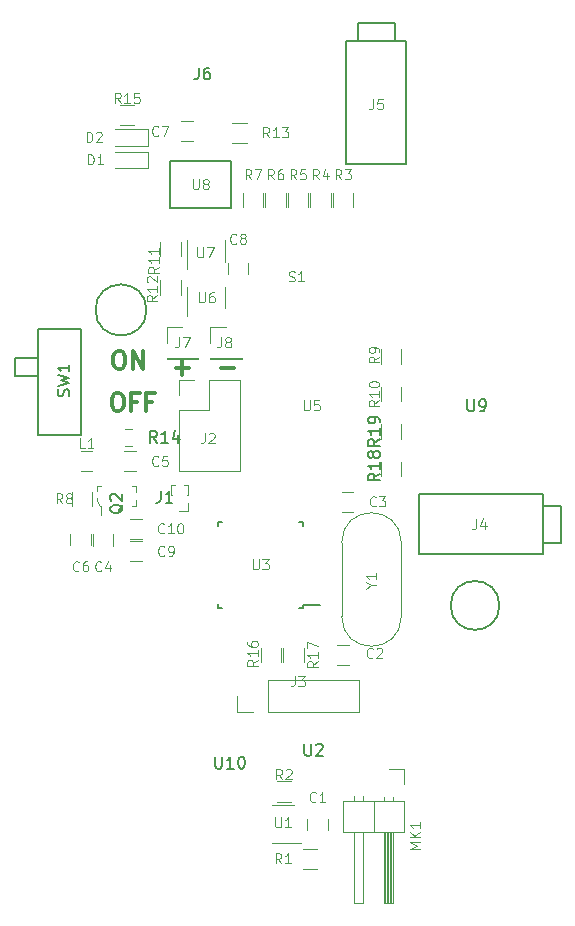
<source format=gbr>
G04 #@! TF.GenerationSoftware,KiCad,Pcbnew,(5.0.2)-1*
G04 #@! TF.CreationDate,2019-02-16T20:24:50+11:00*
G04 #@! TF.ProjectId,lightning trigger,6c696768-746e-4696-9e67-207472696767,rev?*
G04 #@! TF.SameCoordinates,Original*
G04 #@! TF.FileFunction,Legend,Top*
G04 #@! TF.FilePolarity,Positive*
%FSLAX46Y46*%
G04 Gerber Fmt 4.6, Leading zero omitted, Abs format (unit mm)*
G04 Created by KiCad (PCBNEW (5.0.2)-1) date 16/02/2019 8:24:50 PM*
%MOMM*%
%LPD*%
G01*
G04 APERTURE LIST*
%ADD10C,0.300000*%
%ADD11C,0.200000*%
%ADD12C,0.100000*%
%ADD13C,0.150000*%
%ADD14C,0.120000*%
%ADD15C,0.125000*%
G04 APERTURE END LIST*
D10*
X-6540428Y7766857D02*
X-5397571Y7766857D01*
X-10350428Y7766857D02*
X-9207571Y7766857D01*
X-9779000Y7195428D02*
X-9779000Y8338285D01*
X-15398571Y5647428D02*
X-15112857Y5647428D01*
X-14970000Y5576000D01*
X-14827142Y5433142D01*
X-14755714Y5147428D01*
X-14755714Y4647428D01*
X-14827142Y4361714D01*
X-14970000Y4218857D01*
X-15112857Y4147428D01*
X-15398571Y4147428D01*
X-15541428Y4218857D01*
X-15684285Y4361714D01*
X-15755714Y4647428D01*
X-15755714Y5147428D01*
X-15684285Y5433142D01*
X-15541428Y5576000D01*
X-15398571Y5647428D01*
X-13612857Y4933142D02*
X-14112857Y4933142D01*
X-14112857Y4147428D02*
X-14112857Y5647428D01*
X-13398571Y5647428D01*
X-12327142Y4933142D02*
X-12827142Y4933142D01*
X-12827142Y4147428D02*
X-12827142Y5647428D01*
X-12112857Y5647428D01*
X-15279571Y9203428D02*
X-14993857Y9203428D01*
X-14851000Y9132000D01*
X-14708142Y8989142D01*
X-14636714Y8703428D01*
X-14636714Y8203428D01*
X-14708142Y7917714D01*
X-14851000Y7774857D01*
X-14993857Y7703428D01*
X-15279571Y7703428D01*
X-15422428Y7774857D01*
X-15565285Y7917714D01*
X-15636714Y8203428D01*
X-15636714Y8703428D01*
X-15565285Y8989142D01*
X-15422428Y9132000D01*
X-15279571Y9203428D01*
X-13993857Y7703428D02*
X-13993857Y9203428D01*
X-13136714Y7703428D01*
X-13136714Y9203428D01*
D11*
X17053410Y-12319000D02*
G75*
G03X17053410Y-12319000I-2067410J0D01*
G01*
X-12823268Y12700000D02*
G75*
G03X-12823268Y12700000I-2162732J0D01*
G01*
D12*
G04 #@! TO.C,Q2*
X-17017000Y-3223000D02*
X-17017000Y-3498000D01*
X-17017000Y-3498000D02*
X-16742000Y-3873000D01*
X-16742000Y-3873000D02*
X-16692000Y-3873000D01*
X-16692000Y-3873000D02*
X-16692000Y-4648000D01*
X-13717000Y-3398000D02*
X-13717000Y-3873000D01*
X-13717000Y-3873000D02*
X-14067000Y-3873000D01*
X-13942000Y-2223000D02*
X-14067000Y-2223000D01*
X-14017000Y-2223000D02*
X-13717000Y-2223000D01*
X-13717000Y-2223000D02*
X-13717000Y-2673000D01*
X-17017000Y-2598000D02*
X-17017000Y-2223000D01*
X-17017000Y-2223000D02*
X-16717000Y-2223000D01*
D13*
G04 #@! TO.C,U8*
X-10805000Y21295000D02*
X-5705000Y21295000D01*
X-10805000Y25295000D02*
X-10805000Y21295000D01*
X-5705000Y25295000D02*
X-10805000Y25295000D01*
X-5705000Y25295000D02*
X-5705000Y21295000D01*
G04 #@! TO.C,J5*
X9188000Y30099000D02*
X9188000Y35499000D01*
X4108000Y30099000D02*
X4108000Y35499000D01*
X4108000Y35499000D02*
X9188000Y35499000D01*
X9188000Y25019000D02*
X9188000Y30099000D01*
X4108000Y25019000D02*
X9188000Y25019000D01*
X4108000Y30099000D02*
X4108000Y25019000D01*
X8248000Y36999000D02*
X8248000Y35499000D01*
X5048000Y36999000D02*
X8248000Y36999000D01*
X5048000Y35499000D02*
X5048000Y36999000D01*
D14*
G04 #@! TO.C,J7*
X-11109000Y8576000D02*
X-8449000Y8576000D01*
X-11109000Y8636000D02*
X-11109000Y8576000D01*
X-8449000Y8636000D02*
X-8449000Y8576000D01*
X-11109000Y8636000D02*
X-8449000Y8636000D01*
X-11109000Y9906000D02*
X-11109000Y11236000D01*
X-11109000Y11236000D02*
X-9779000Y11236000D01*
G04 #@! TO.C,J8*
X-7426000Y8576000D02*
X-4766000Y8576000D01*
X-7426000Y8636000D02*
X-7426000Y8576000D01*
X-4766000Y8636000D02*
X-4766000Y8576000D01*
X-7426000Y8636000D02*
X-4766000Y8636000D01*
X-7426000Y9906000D02*
X-7426000Y11236000D01*
X-7426000Y11236000D02*
X-6096000Y11236000D01*
G04 #@! TO.C,MK1*
X8953500Y-26162000D02*
X8953500Y-27432000D01*
X7683500Y-26162000D02*
X8953500Y-26162000D01*
X4763500Y-28474929D02*
X4763500Y-28872000D01*
X5523500Y-28474929D02*
X5523500Y-28872000D01*
X4763500Y-37532000D02*
X4763500Y-31532000D01*
X5523500Y-37532000D02*
X4763500Y-37532000D01*
X5523500Y-31532000D02*
X5523500Y-37532000D01*
X6413500Y-28872000D02*
X6413500Y-31532000D01*
X7303500Y-28542000D02*
X7303500Y-28872000D01*
X8063500Y-28542000D02*
X8063500Y-28872000D01*
X7403500Y-31532000D02*
X7403500Y-37532000D01*
X7523500Y-31532000D02*
X7523500Y-37532000D01*
X7643500Y-31532000D02*
X7643500Y-37532000D01*
X7763500Y-31532000D02*
X7763500Y-37532000D01*
X7883500Y-31532000D02*
X7883500Y-37532000D01*
X8003500Y-31532000D02*
X8003500Y-37532000D01*
X7303500Y-37532000D02*
X7303500Y-31532000D01*
X8063500Y-37532000D02*
X7303500Y-37532000D01*
X8063500Y-31532000D02*
X8063500Y-37532000D01*
X9013500Y-31532000D02*
X9013500Y-28872000D01*
X3813500Y-31532000D02*
X9013500Y-31532000D01*
X3813500Y-28872000D02*
X3813500Y-31532000D01*
X9013500Y-28872000D02*
X3813500Y-28872000D01*
G04 #@! TO.C,R11*
X-9915000Y18446000D02*
X-9915000Y17246000D01*
X-11675000Y17246000D02*
X-11675000Y18446000D01*
G04 #@! TO.C,C1*
X2501000Y-31361000D02*
X2501000Y-30361000D01*
X801000Y-30361000D02*
X801000Y-31361000D01*
G04 #@! TO.C,C2*
X3310000Y-17360000D02*
X4310000Y-17360000D01*
X4310000Y-15660000D02*
X3310000Y-15660000D01*
G04 #@! TO.C,D1*
X-12678000Y24700000D02*
X-12678000Y26100000D01*
X-12678000Y26100000D02*
X-15478000Y26100000D01*
X-12678000Y24700000D02*
X-15478000Y24700000D01*
G04 #@! TO.C,D2*
X-12678000Y26605000D02*
X-12678000Y28005000D01*
X-12678000Y28005000D02*
X-15478000Y28005000D01*
X-12678000Y26605000D02*
X-15478000Y26605000D01*
G04 #@! TO.C,J2*
X-10093000Y-949000D02*
X-4893000Y-949000D01*
X-10093000Y4191000D02*
X-10093000Y-949000D01*
X-4893000Y6791000D02*
X-4893000Y-949000D01*
X-10093000Y4191000D02*
X-7493000Y4191000D01*
X-7493000Y4191000D02*
X-7493000Y6791000D01*
X-7493000Y6791000D02*
X-4893000Y6791000D01*
X-10093000Y5461000D02*
X-10093000Y6791000D01*
X-10093000Y6791000D02*
X-8763000Y6791000D01*
G04 #@! TO.C,J3*
X5150000Y-21330000D02*
X5150000Y-18670000D01*
X-2530000Y-21330000D02*
X5150000Y-21330000D01*
X-2530000Y-18670000D02*
X5150000Y-18670000D01*
X-2530000Y-21330000D02*
X-2530000Y-18670000D01*
X-3800000Y-21330000D02*
X-5130000Y-21330000D01*
X-5130000Y-21330000D02*
X-5130000Y-20000000D01*
G04 #@! TO.C,L1*
X-17407000Y723000D02*
X-18407000Y723000D01*
X-18407000Y-977000D02*
X-17407000Y-977000D01*
G04 #@! TO.C,R1*
X416000Y-32902000D02*
X1616000Y-32902000D01*
X1616000Y-34662000D02*
X416000Y-34662000D01*
G04 #@! TO.C,R2*
X-1809000Y-27187000D02*
X-609000Y-27187000D01*
X-609000Y-28947000D02*
X-1809000Y-28947000D01*
G04 #@! TO.C,R3*
X4690000Y22632000D02*
X4690000Y21432000D01*
X2930000Y21432000D02*
X2930000Y22632000D01*
G04 #@! TO.C,R4*
X2785000Y22632000D02*
X2785000Y21432000D01*
X1025000Y21432000D02*
X1025000Y22632000D01*
G04 #@! TO.C,R5*
X880000Y22632000D02*
X880000Y21432000D01*
X-880000Y21432000D02*
X-880000Y22632000D01*
G04 #@! TO.C,R6*
X-1025000Y22632000D02*
X-1025000Y21432000D01*
X-2785000Y21432000D02*
X-2785000Y22632000D01*
G04 #@! TO.C,R7*
X-2930000Y22632000D02*
X-2930000Y21432000D01*
X-4690000Y21432000D02*
X-4690000Y22632000D01*
G04 #@! TO.C,R8*
X-17408000Y-2702000D02*
X-17408000Y-3902000D01*
X-19168000Y-3902000D02*
X-19168000Y-2702000D01*
G04 #@! TO.C,R12*
X-9915000Y15205000D02*
X-9915000Y14005000D01*
X-11675000Y14005000D02*
X-11675000Y15205000D01*
G04 #@! TO.C,R13*
X-5553000Y28566000D02*
X-4353000Y28566000D01*
X-4353000Y26806000D02*
X-5553000Y26806000D01*
G04 #@! TO.C,U1*
X-370000Y-29251000D02*
X-2170000Y-29251000D01*
X-2170000Y-32471000D02*
X280000Y-32471000D01*
D13*
G04 #@! TO.C,U3*
X450000Y-12515000D02*
X450000Y-12290000D01*
X-6800000Y-12515000D02*
X-6800000Y-12190000D01*
X-6800000Y-5265000D02*
X-6800000Y-5590000D01*
X450000Y-5265000D02*
X450000Y-5590000D01*
X450000Y-12515000D02*
X125000Y-12515000D01*
X450000Y-5265000D02*
X125000Y-5265000D01*
X-6800000Y-5265000D02*
X-6475000Y-5265000D01*
X-6800000Y-12515000D02*
X-6475000Y-12515000D01*
X450000Y-12290000D02*
X1875000Y-12290000D01*
D14*
G04 #@! TO.C,U6*
X-6200500Y12879500D02*
X-6200500Y14679500D01*
X-9420500Y14679500D02*
X-9420500Y12229500D01*
G04 #@! TO.C,U7*
X-6203000Y16796000D02*
X-6203000Y18596000D01*
X-9423000Y18596000D02*
X-9423000Y16146000D01*
G04 #@! TO.C,Y1*
X3698000Y-13248000D02*
X3698000Y-6998000D01*
X8748000Y-13248000D02*
X8748000Y-6998000D01*
X8748000Y-13248000D02*
G75*
G02X3698000Y-13248000I-2525000J0D01*
G01*
X8748000Y-6998000D02*
G75*
G03X3698000Y-6998000I-2525000J0D01*
G01*
G04 #@! TO.C,C4*
X-15660000Y-7247000D02*
X-15660000Y-6247000D01*
X-17360000Y-6247000D02*
X-17360000Y-7247000D01*
G04 #@! TO.C,C5*
X-13724000Y723000D02*
X-14724000Y723000D01*
X-14724000Y-977000D02*
X-13724000Y-977000D01*
G04 #@! TO.C,C6*
X-17565000Y-7231000D02*
X-17565000Y-6231000D01*
X-19265000Y-6231000D02*
X-19265000Y-7231000D01*
G04 #@! TO.C,C7*
X-9882000Y26963000D02*
X-8882000Y26963000D01*
X-8882000Y28663000D02*
X-9882000Y28663000D01*
G04 #@! TO.C,C8*
X-4230000Y15705200D02*
X-4230000Y16705200D01*
X-5930000Y16705200D02*
X-5930000Y15705200D01*
G04 #@! TO.C,R15*
X-15078000Y30090000D02*
X-13878000Y30090000D01*
X-13878000Y28330000D02*
X-15078000Y28330000D01*
G04 #@! TO.C,R16*
X-1406000Y-15910000D02*
X-1406000Y-17110000D01*
X-3166000Y-17110000D02*
X-3166000Y-15910000D01*
G04 #@! TO.C,R17*
X-1261000Y-17110000D02*
X-1261000Y-15910000D01*
X499000Y-15910000D02*
X499000Y-17110000D01*
G04 #@! TO.C,C3*
X4691000Y-2706000D02*
X3691000Y-2706000D01*
X3691000Y-4406000D02*
X4691000Y-4406000D01*
G04 #@! TO.C,R9*
X8754000Y9363000D02*
X8754000Y8163000D01*
X6994000Y8163000D02*
X6994000Y9363000D01*
G04 #@! TO.C,R10*
X8754000Y6188000D02*
X8754000Y4988000D01*
X6994000Y4988000D02*
X6994000Y6188000D01*
G04 #@! TO.C,C9*
X-14232000Y-8597000D02*
X-13232000Y-8597000D01*
X-13232000Y-6897000D02*
X-14232000Y-6897000D01*
G04 #@! TO.C,C10*
X-14232000Y-6692000D02*
X-13232000Y-6692000D01*
X-13232000Y-4992000D02*
X-14232000Y-4992000D01*
G04 #@! TO.C,J1*
X-9338000Y-2107000D02*
X-9638507Y-2107000D01*
X-10427493Y-2107000D02*
X-10728000Y-2107000D01*
X-9338000Y-2982000D02*
X-9338000Y-2107000D01*
X-10728000Y-2982000D02*
X-10728000Y-2107000D01*
X-9338000Y-2982000D02*
X-9424724Y-2982000D01*
X-10641276Y-2982000D02*
X-10728000Y-2982000D01*
X-9338000Y-3667000D02*
X-9338000Y-4352000D01*
X-9338000Y-4352000D02*
X-10033000Y-4352000D01*
D13*
G04 #@! TO.C,J4*
X20767000Y-3861000D02*
X22267000Y-3861000D01*
X22267000Y-3861000D02*
X22267000Y-7061000D01*
X22267000Y-7061000D02*
X20767000Y-7061000D01*
X15367000Y-2921000D02*
X10287000Y-2921000D01*
X10287000Y-2921000D02*
X10287000Y-8001000D01*
X10287000Y-8001000D02*
X15367000Y-8001000D01*
X20767000Y-2921000D02*
X20767000Y-8001000D01*
X15367000Y-2921000D02*
X20767000Y-2921000D01*
X15367000Y-8001000D02*
X20767000Y-8001000D01*
D14*
G04 #@! TO.C,R18*
X6994000Y-1362000D02*
X6994000Y-162000D01*
X8754000Y-162000D02*
X8754000Y-1362000D01*
G04 #@! TO.C,R19*
X6994000Y1813000D02*
X6994000Y3013000D01*
X8754000Y3013000D02*
X8754000Y1813000D01*
G04 #@! TO.C,R14*
X-14609578Y2615000D02*
X-14092422Y2615000D01*
X-14609578Y1195000D02*
X-14092422Y1195000D01*
D13*
G04 #@! TO.C,SW1*
X-18393000Y11104000D02*
X-18393000Y2104000D01*
X-18393000Y2104000D02*
X-21993000Y2104000D01*
X-21993000Y2104000D02*
X-21993000Y11104000D01*
X-21993000Y11104000D02*
X-18393000Y11104000D01*
X-21993000Y8604000D02*
X-23993000Y8604000D01*
X-23993000Y8604000D02*
X-23993000Y7104000D01*
X-21993000Y7104000D02*
X-23993000Y7104000D01*
G04 #@! TO.C,Q2*
X-14819380Y-3778238D02*
X-14867000Y-3873476D01*
X-14962238Y-3968714D01*
X-15105095Y-4111571D01*
X-15152714Y-4206809D01*
X-15152714Y-4302047D01*
X-14914619Y-4254428D02*
X-14962238Y-4349666D01*
X-15057476Y-4444904D01*
X-15247952Y-4492523D01*
X-15581285Y-4492523D01*
X-15771761Y-4444904D01*
X-15867000Y-4349666D01*
X-15914619Y-4254428D01*
X-15914619Y-4063952D01*
X-15867000Y-3968714D01*
X-15771761Y-3873476D01*
X-15581285Y-3825857D01*
X-15247952Y-3825857D01*
X-15057476Y-3873476D01*
X-14962238Y-3968714D01*
X-14914619Y-4063952D01*
X-14914619Y-4254428D01*
X-15819380Y-3444904D02*
X-15867000Y-3397285D01*
X-15914619Y-3302047D01*
X-15914619Y-3063952D01*
X-15867000Y-2968714D01*
X-15819380Y-2921095D01*
X-15724142Y-2873476D01*
X-15628904Y-2873476D01*
X-15486047Y-2921095D01*
X-14914619Y-3492523D01*
X-14914619Y-2873476D01*
G04 #@! TO.C,U8*
D15*
X-8902619Y23760476D02*
X-8902619Y23072380D01*
X-8862142Y22991428D01*
X-8821666Y22950952D01*
X-8740714Y22910476D01*
X-8578809Y22910476D01*
X-8497857Y22950952D01*
X-8457380Y22991428D01*
X-8416904Y23072380D01*
X-8416904Y23760476D01*
X-7890714Y23396190D02*
X-7971666Y23436666D01*
X-8012142Y23477142D01*
X-8052619Y23558095D01*
X-8052619Y23598571D01*
X-8012142Y23679523D01*
X-7971666Y23720000D01*
X-7890714Y23760476D01*
X-7728809Y23760476D01*
X-7647857Y23720000D01*
X-7607380Y23679523D01*
X-7566904Y23598571D01*
X-7566904Y23558095D01*
X-7607380Y23477142D01*
X-7647857Y23436666D01*
X-7728809Y23396190D01*
X-7890714Y23396190D01*
X-7971666Y23355714D01*
X-8012142Y23315238D01*
X-8052619Y23234285D01*
X-8052619Y23072380D01*
X-8012142Y22991428D01*
X-7971666Y22950952D01*
X-7890714Y22910476D01*
X-7728809Y22910476D01*
X-7647857Y22950952D01*
X-7607380Y22991428D01*
X-7566904Y23072380D01*
X-7566904Y23234285D01*
X-7607380Y23315238D01*
X-7647857Y23355714D01*
X-7728809Y23396190D01*
G04 #@! TO.C,J5*
X6364666Y30564476D02*
X6364666Y29957333D01*
X6324190Y29835904D01*
X6243238Y29754952D01*
X6121809Y29714476D01*
X6040857Y29714476D01*
X7174190Y30564476D02*
X6769428Y30564476D01*
X6728952Y30159714D01*
X6769428Y30200190D01*
X6850380Y30240666D01*
X7052761Y30240666D01*
X7133714Y30200190D01*
X7174190Y30159714D01*
X7214666Y30078761D01*
X7214666Y29876380D01*
X7174190Y29795428D01*
X7133714Y29754952D01*
X7052761Y29714476D01*
X6850380Y29714476D01*
X6769428Y29754952D01*
X6728952Y29795428D01*
G04 #@! TO.C,*
G04 #@! TO.C,J7*
X-10062333Y10371476D02*
X-10062333Y9764333D01*
X-10102809Y9642904D01*
X-10183761Y9561952D01*
X-10305190Y9521476D01*
X-10386142Y9521476D01*
X-9738523Y10371476D02*
X-9171857Y10371476D01*
X-9536142Y9521476D01*
G04 #@! TO.C,J8*
X-6506333Y10371476D02*
X-6506333Y9764333D01*
X-6546809Y9642904D01*
X-6627761Y9561952D01*
X-6749190Y9521476D01*
X-6830142Y9521476D01*
X-5980142Y10007190D02*
X-6061095Y10047666D01*
X-6101571Y10088142D01*
X-6142047Y10169095D01*
X-6142047Y10209571D01*
X-6101571Y10290523D01*
X-6061095Y10331000D01*
X-5980142Y10371476D01*
X-5818238Y10371476D01*
X-5737285Y10331000D01*
X-5696809Y10290523D01*
X-5656333Y10209571D01*
X-5656333Y10169095D01*
X-5696809Y10088142D01*
X-5737285Y10047666D01*
X-5818238Y10007190D01*
X-5980142Y10007190D01*
X-6061095Y9966714D01*
X-6101571Y9926238D01*
X-6142047Y9845285D01*
X-6142047Y9683380D01*
X-6101571Y9602428D01*
X-6061095Y9561952D01*
X-5980142Y9521476D01*
X-5818238Y9521476D01*
X-5737285Y9561952D01*
X-5696809Y9602428D01*
X-5656333Y9683380D01*
X-5656333Y9845285D01*
X-5696809Y9926238D01*
X-5737285Y9966714D01*
X-5818238Y10007190D01*
G04 #@! TO.C,*
G04 #@! TO.C,S1*
X-774620Y15149952D02*
X-653191Y15109476D01*
X-450810Y15109476D01*
X-369858Y15149952D01*
X-329381Y15190428D01*
X-288905Y15271380D01*
X-288905Y15352333D01*
X-329381Y15433285D01*
X-369858Y15473761D01*
X-450810Y15514238D01*
X-612715Y15554714D01*
X-693667Y15595190D01*
X-734143Y15635666D01*
X-774620Y15716619D01*
X-774620Y15797571D01*
X-734143Y15878523D01*
X-693667Y15919000D01*
X-612715Y15959476D01*
X-410334Y15959476D01*
X-288905Y15919000D01*
X520618Y15109476D02*
X34903Y15109476D01*
X277760Y15109476D02*
X277760Y15959476D01*
X196808Y15838047D01*
X115856Y15757095D01*
X34903Y15716619D01*
G04 #@! TO.C,MK1*
X10338023Y-32930095D02*
X9488023Y-32930095D01*
X10095166Y-32646761D01*
X9488023Y-32363428D01*
X10338023Y-32363428D01*
X10338023Y-31958666D02*
X9488023Y-31958666D01*
X10338023Y-31472952D02*
X9852309Y-31837238D01*
X9488023Y-31472952D02*
X9973738Y-31958666D01*
X10338023Y-30663428D02*
X10338023Y-31149142D01*
X10338023Y-30906285D02*
X9488023Y-30906285D01*
X9609452Y-30987238D01*
X9690404Y-31068190D01*
X9730880Y-31149142D01*
G04 #@! TO.C,R11*
X-11807476Y16344571D02*
X-12212238Y16061238D01*
X-11807476Y15858857D02*
X-12657476Y15858857D01*
X-12657476Y16182666D01*
X-12617000Y16263619D01*
X-12576523Y16304095D01*
X-12495571Y16344571D01*
X-12374142Y16344571D01*
X-12293190Y16304095D01*
X-12252714Y16263619D01*
X-12212238Y16182666D01*
X-12212238Y15858857D01*
X-11807476Y17154095D02*
X-11807476Y16668380D01*
X-11807476Y16911238D02*
X-12657476Y16911238D01*
X-12536047Y16830285D01*
X-12455095Y16749333D01*
X-12414619Y16668380D01*
X-11807476Y17963619D02*
X-11807476Y17477904D01*
X-11807476Y17720761D02*
X-12657476Y17720761D01*
X-12536047Y17639809D01*
X-12455095Y17558857D01*
X-12414619Y17477904D01*
G04 #@! TO.C,C1*
X1509333Y-28878571D02*
X1468857Y-28919047D01*
X1347428Y-28959523D01*
X1266476Y-28959523D01*
X1145047Y-28919047D01*
X1064095Y-28838095D01*
X1023619Y-28757142D01*
X983142Y-28595238D01*
X983142Y-28473809D01*
X1023619Y-28311904D01*
X1064095Y-28230952D01*
X1145047Y-28150000D01*
X1266476Y-28109523D01*
X1347428Y-28109523D01*
X1468857Y-28150000D01*
X1509333Y-28190476D01*
X2318857Y-28959523D02*
X1833142Y-28959523D01*
X2076000Y-28959523D02*
X2076000Y-28109523D01*
X1995047Y-28230952D01*
X1914095Y-28311904D01*
X1833142Y-28352380D01*
G04 #@! TO.C,C2*
X6335333Y-16686571D02*
X6294857Y-16727047D01*
X6173428Y-16767523D01*
X6092476Y-16767523D01*
X5971047Y-16727047D01*
X5890095Y-16646095D01*
X5849619Y-16565142D01*
X5809142Y-16403238D01*
X5809142Y-16281809D01*
X5849619Y-16119904D01*
X5890095Y-16038952D01*
X5971047Y-15958000D01*
X6092476Y-15917523D01*
X6173428Y-15917523D01*
X6294857Y-15958000D01*
X6335333Y-15998476D01*
X6659142Y-15998476D02*
X6699619Y-15958000D01*
X6780571Y-15917523D01*
X6982952Y-15917523D01*
X7063904Y-15958000D01*
X7104380Y-15998476D01*
X7144857Y-16079428D01*
X7144857Y-16160380D01*
X7104380Y-16281809D01*
X6618666Y-16767523D01*
X7144857Y-16767523D01*
G04 #@! TO.C,D1*
X-17772380Y25015476D02*
X-17772380Y25865476D01*
X-17570000Y25865476D01*
X-17448571Y25825000D01*
X-17367619Y25744047D01*
X-17327142Y25663095D01*
X-17286666Y25501190D01*
X-17286666Y25379761D01*
X-17327142Y25217857D01*
X-17367619Y25136904D01*
X-17448571Y25055952D01*
X-17570000Y25015476D01*
X-17772380Y25015476D01*
X-16477142Y25015476D02*
X-16962857Y25015476D01*
X-16719999Y25015476D02*
X-16719999Y25865476D01*
X-16800952Y25744047D01*
X-16881904Y25663095D01*
X-16962857Y25622619D01*
G04 #@! TO.C,D2*
X-17899380Y26920476D02*
X-17899380Y27770476D01*
X-17697000Y27770476D01*
X-17575571Y27730000D01*
X-17494619Y27649047D01*
X-17454142Y27568095D01*
X-17413666Y27406190D01*
X-17413666Y27284761D01*
X-17454142Y27122857D01*
X-17494619Y27041904D01*
X-17575571Y26960952D01*
X-17697000Y26920476D01*
X-17899380Y26920476D01*
X-17089857Y27689523D02*
X-17049380Y27730000D01*
X-16968428Y27770476D01*
X-16766047Y27770476D01*
X-16685095Y27730000D01*
X-16644619Y27689523D01*
X-16604142Y27608571D01*
X-16604142Y27527619D01*
X-16644619Y27406190D01*
X-17130333Y26920476D01*
X-16604142Y26920476D01*
G04 #@! TO.C,J2*
X-7903333Y2243476D02*
X-7903333Y1636333D01*
X-7943809Y1514904D01*
X-8024761Y1433952D01*
X-8146190Y1393476D01*
X-8227142Y1393476D01*
X-7539047Y2162523D02*
X-7498571Y2203000D01*
X-7417619Y2243476D01*
X-7215238Y2243476D01*
X-7134285Y2203000D01*
X-7093809Y2162523D01*
X-7053333Y2081571D01*
X-7053333Y2000619D01*
X-7093809Y1879190D01*
X-7579523Y1393476D01*
X-7053333Y1393476D01*
G04 #@! TO.C,J3*
X-283333Y-18330523D02*
X-283333Y-18937666D01*
X-323809Y-19059095D01*
X-404761Y-19140047D01*
X-526190Y-19180523D01*
X-607142Y-19180523D01*
X40476Y-18330523D02*
X566666Y-18330523D01*
X283333Y-18654333D01*
X404761Y-18654333D01*
X485714Y-18694809D01*
X526190Y-18735285D01*
X566666Y-18816238D01*
X566666Y-19018619D01*
X526190Y-19099571D01*
X485714Y-19140047D01*
X404761Y-19180523D01*
X161904Y-19180523D01*
X80952Y-19140047D01*
X40476Y-19099571D01*
G04 #@! TO.C,L1*
X-18048666Y1012476D02*
X-18453428Y1012476D01*
X-18453428Y1862476D01*
X-17320095Y1012476D02*
X-17805809Y1012476D01*
X-17562952Y1012476D02*
X-17562952Y1862476D01*
X-17643904Y1741047D01*
X-17724857Y1660095D01*
X-17805809Y1619619D01*
G04 #@! TO.C,R1*
X-1411666Y-34166523D02*
X-1695000Y-33761761D01*
X-1897380Y-34166523D02*
X-1897380Y-33316523D01*
X-1573571Y-33316523D01*
X-1492619Y-33357000D01*
X-1452142Y-33397476D01*
X-1411666Y-33478428D01*
X-1411666Y-33599857D01*
X-1452142Y-33680809D01*
X-1492619Y-33721285D01*
X-1573571Y-33761761D01*
X-1897380Y-33761761D01*
X-602142Y-34166523D02*
X-1087857Y-34166523D01*
X-845000Y-34166523D02*
X-845000Y-33316523D01*
X-925952Y-33437952D01*
X-1006904Y-33518904D01*
X-1087857Y-33559380D01*
G04 #@! TO.C,R2*
X-1350666Y-27054523D02*
X-1634000Y-26649761D01*
X-1836380Y-27054523D02*
X-1836380Y-26204523D01*
X-1512571Y-26204523D01*
X-1431619Y-26245000D01*
X-1391142Y-26285476D01*
X-1350666Y-26366428D01*
X-1350666Y-26487857D01*
X-1391142Y-26568809D01*
X-1431619Y-26609285D01*
X-1512571Y-26649761D01*
X-1836380Y-26649761D01*
X-1026857Y-26285476D02*
X-986380Y-26245000D01*
X-905428Y-26204523D01*
X-703047Y-26204523D01*
X-622095Y-26245000D01*
X-581619Y-26285476D01*
X-541142Y-26366428D01*
X-541142Y-26447380D01*
X-581619Y-26568809D01*
X-1067333Y-27054523D01*
X-541142Y-27054523D01*
G04 #@! TO.C,R3*
X3668333Y23745476D02*
X3385000Y24150238D01*
X3182619Y23745476D02*
X3182619Y24595476D01*
X3506428Y24595476D01*
X3587380Y24555000D01*
X3627857Y24514523D01*
X3668333Y24433571D01*
X3668333Y24312142D01*
X3627857Y24231190D01*
X3587380Y24190714D01*
X3506428Y24150238D01*
X3182619Y24150238D01*
X3951666Y24595476D02*
X4477857Y24595476D01*
X4194523Y24271666D01*
X4315952Y24271666D01*
X4396904Y24231190D01*
X4437380Y24190714D01*
X4477857Y24109761D01*
X4477857Y23907380D01*
X4437380Y23826428D01*
X4396904Y23785952D01*
X4315952Y23745476D01*
X4073095Y23745476D01*
X3992142Y23785952D01*
X3951666Y23826428D01*
G04 #@! TO.C,R4*
X1763333Y23745476D02*
X1480000Y24150238D01*
X1277619Y23745476D02*
X1277619Y24595476D01*
X1601428Y24595476D01*
X1682380Y24555000D01*
X1722857Y24514523D01*
X1763333Y24433571D01*
X1763333Y24312142D01*
X1722857Y24231190D01*
X1682380Y24190714D01*
X1601428Y24150238D01*
X1277619Y24150238D01*
X2491904Y24312142D02*
X2491904Y23745476D01*
X2289523Y24635952D02*
X2087142Y24028809D01*
X2613333Y24028809D01*
G04 #@! TO.C,R5*
X-141666Y23745476D02*
X-424999Y24150238D01*
X-627380Y23745476D02*
X-627380Y24595476D01*
X-303571Y24595476D01*
X-222619Y24555000D01*
X-182142Y24514523D01*
X-141666Y24433571D01*
X-141666Y24312142D01*
X-182142Y24231190D01*
X-222619Y24190714D01*
X-303571Y24150238D01*
X-627380Y24150238D01*
X627380Y24595476D02*
X222619Y24595476D01*
X182142Y24190714D01*
X222619Y24231190D01*
X303571Y24271666D01*
X505952Y24271666D01*
X586904Y24231190D01*
X627380Y24190714D01*
X667857Y24109761D01*
X667857Y23907380D01*
X627380Y23826428D01*
X586904Y23785952D01*
X505952Y23745476D01*
X303571Y23745476D01*
X222619Y23785952D01*
X182142Y23826428D01*
G04 #@! TO.C,R6*
X-2046666Y23745476D02*
X-2330000Y24150238D01*
X-2532380Y23745476D02*
X-2532380Y24595476D01*
X-2208571Y24595476D01*
X-2127619Y24555000D01*
X-2087142Y24514523D01*
X-2046666Y24433571D01*
X-2046666Y24312142D01*
X-2087142Y24231190D01*
X-2127619Y24190714D01*
X-2208571Y24150238D01*
X-2532380Y24150238D01*
X-1318095Y24595476D02*
X-1480000Y24595476D01*
X-1560952Y24555000D01*
X-1601428Y24514523D01*
X-1682380Y24393095D01*
X-1722857Y24231190D01*
X-1722857Y23907380D01*
X-1682380Y23826428D01*
X-1641904Y23785952D01*
X-1560952Y23745476D01*
X-1399047Y23745476D01*
X-1318095Y23785952D01*
X-1277619Y23826428D01*
X-1237142Y23907380D01*
X-1237142Y24109761D01*
X-1277619Y24190714D01*
X-1318095Y24231190D01*
X-1399047Y24271666D01*
X-1560952Y24271666D01*
X-1641904Y24231190D01*
X-1682380Y24190714D01*
X-1722857Y24109761D01*
G04 #@! TO.C,R7*
X-3951666Y23745476D02*
X-4235000Y24150238D01*
X-4437380Y23745476D02*
X-4437380Y24595476D01*
X-4113571Y24595476D01*
X-4032619Y24555000D01*
X-3992142Y24514523D01*
X-3951666Y24433571D01*
X-3951666Y24312142D01*
X-3992142Y24231190D01*
X-4032619Y24190714D01*
X-4113571Y24150238D01*
X-4437380Y24150238D01*
X-3668333Y24595476D02*
X-3101666Y24595476D01*
X-3465952Y23745476D01*
G04 #@! TO.C,R8*
X-19953666Y-3686523D02*
X-20237000Y-3281761D01*
X-20439380Y-3686523D02*
X-20439380Y-2836523D01*
X-20115571Y-2836523D01*
X-20034619Y-2877000D01*
X-19994142Y-2917476D01*
X-19953666Y-2998428D01*
X-19953666Y-3119857D01*
X-19994142Y-3200809D01*
X-20034619Y-3241285D01*
X-20115571Y-3281761D01*
X-20439380Y-3281761D01*
X-19467952Y-3200809D02*
X-19548904Y-3160333D01*
X-19589380Y-3119857D01*
X-19629857Y-3038904D01*
X-19629857Y-2998428D01*
X-19589380Y-2917476D01*
X-19548904Y-2877000D01*
X-19467952Y-2836523D01*
X-19306047Y-2836523D01*
X-19225095Y-2877000D01*
X-19184619Y-2917476D01*
X-19144142Y-2998428D01*
X-19144142Y-3038904D01*
X-19184619Y-3119857D01*
X-19225095Y-3160333D01*
X-19306047Y-3200809D01*
X-19467952Y-3200809D01*
X-19548904Y-3241285D01*
X-19589380Y-3281761D01*
X-19629857Y-3362714D01*
X-19629857Y-3524619D01*
X-19589380Y-3605571D01*
X-19548904Y-3646047D01*
X-19467952Y-3686523D01*
X-19306047Y-3686523D01*
X-19225095Y-3646047D01*
X-19184619Y-3605571D01*
X-19144142Y-3524619D01*
X-19144142Y-3362714D01*
X-19184619Y-3281761D01*
X-19225095Y-3241285D01*
X-19306047Y-3200809D01*
G04 #@! TO.C,R12*
X-11934476Y13931571D02*
X-12339238Y13648238D01*
X-11934476Y13445857D02*
X-12784476Y13445857D01*
X-12784476Y13769666D01*
X-12744000Y13850619D01*
X-12703523Y13891095D01*
X-12622571Y13931571D01*
X-12501142Y13931571D01*
X-12420190Y13891095D01*
X-12379714Y13850619D01*
X-12339238Y13769666D01*
X-12339238Y13445857D01*
X-11934476Y14741095D02*
X-11934476Y14255380D01*
X-11934476Y14498238D02*
X-12784476Y14498238D01*
X-12663047Y14417285D01*
X-12582095Y14336333D01*
X-12541619Y14255380D01*
X-12703523Y15064904D02*
X-12744000Y15105380D01*
X-12784476Y15186333D01*
X-12784476Y15388714D01*
X-12744000Y15469666D01*
X-12703523Y15510142D01*
X-12622571Y15550619D01*
X-12541619Y15550619D01*
X-12420190Y15510142D01*
X-11934476Y15024428D01*
X-11934476Y15550619D01*
G04 #@! TO.C,R13*
X-2451428Y27301476D02*
X-2734761Y27706238D01*
X-2937142Y27301476D02*
X-2937142Y28151476D01*
X-2613333Y28151476D01*
X-2532380Y28111000D01*
X-2491904Y28070523D01*
X-2451428Y27989571D01*
X-2451428Y27868142D01*
X-2491904Y27787190D01*
X-2532380Y27746714D01*
X-2613333Y27706238D01*
X-2937142Y27706238D01*
X-1641904Y27301476D02*
X-2127619Y27301476D01*
X-1884761Y27301476D02*
X-1884761Y28151476D01*
X-1965714Y28030047D01*
X-2046666Y27949095D01*
X-2127619Y27908619D01*
X-1358571Y28151476D02*
X-832380Y28151476D01*
X-1115714Y27827666D01*
X-994285Y27827666D01*
X-913333Y27787190D01*
X-872857Y27746714D01*
X-832380Y27665761D01*
X-832380Y27463380D01*
X-872857Y27382428D01*
X-913333Y27341952D01*
X-994285Y27301476D01*
X-1237142Y27301476D01*
X-1318095Y27341952D01*
X-1358571Y27382428D01*
G04 #@! TO.C,U1*
X-1917619Y-30268523D02*
X-1917619Y-30956619D01*
X-1877142Y-31037571D01*
X-1836666Y-31078047D01*
X-1755714Y-31118523D01*
X-1593809Y-31118523D01*
X-1512857Y-31078047D01*
X-1472380Y-31037571D01*
X-1431904Y-30956619D01*
X-1431904Y-30268523D01*
X-581904Y-31118523D02*
X-1067619Y-31118523D01*
X-824761Y-31118523D02*
X-824761Y-30268523D01*
X-905714Y-30389952D01*
X-986666Y-30470904D01*
X-1067619Y-30511380D01*
G04 #@! TO.C,U3*
X-3822619Y-8424523D02*
X-3822619Y-9112619D01*
X-3782142Y-9193571D01*
X-3741666Y-9234047D01*
X-3660714Y-9274523D01*
X-3498809Y-9274523D01*
X-3417857Y-9234047D01*
X-3377380Y-9193571D01*
X-3336904Y-9112619D01*
X-3336904Y-8424523D01*
X-3013095Y-8424523D02*
X-2486904Y-8424523D01*
X-2770238Y-8748333D01*
X-2648809Y-8748333D01*
X-2567857Y-8788809D01*
X-2527380Y-8829285D01*
X-2486904Y-8910238D01*
X-2486904Y-9112619D01*
X-2527380Y-9193571D01*
X-2567857Y-9234047D01*
X-2648809Y-9274523D01*
X-2891666Y-9274523D01*
X-2972619Y-9234047D01*
X-3013095Y-9193571D01*
G04 #@! TO.C,U5*
X495380Y5037476D02*
X495380Y4349380D01*
X535857Y4268428D01*
X576333Y4227952D01*
X657285Y4187476D01*
X819190Y4187476D01*
X900142Y4227952D01*
X940619Y4268428D01*
X981095Y4349380D01*
X981095Y5037476D01*
X1790619Y5037476D02*
X1385857Y5037476D01*
X1345380Y4632714D01*
X1385857Y4673190D01*
X1466809Y4713666D01*
X1669190Y4713666D01*
X1750142Y4673190D01*
X1790619Y4632714D01*
X1831095Y4551761D01*
X1831095Y4349380D01*
X1790619Y4268428D01*
X1750142Y4227952D01*
X1669190Y4187476D01*
X1466809Y4187476D01*
X1385857Y4227952D01*
X1345380Y4268428D01*
G04 #@! TO.C,U6*
X-8394619Y14181476D02*
X-8394619Y13493380D01*
X-8354142Y13412428D01*
X-8313666Y13371952D01*
X-8232714Y13331476D01*
X-8070809Y13331476D01*
X-7989857Y13371952D01*
X-7949380Y13412428D01*
X-7908904Y13493380D01*
X-7908904Y14181476D01*
X-7139857Y14181476D02*
X-7301761Y14181476D01*
X-7382714Y14141000D01*
X-7423190Y14100523D01*
X-7504142Y13979095D01*
X-7544619Y13817190D01*
X-7544619Y13493380D01*
X-7504142Y13412428D01*
X-7463666Y13371952D01*
X-7382714Y13331476D01*
X-7220809Y13331476D01*
X-7139857Y13371952D01*
X-7099380Y13412428D01*
X-7058904Y13493380D01*
X-7058904Y13695761D01*
X-7099380Y13776714D01*
X-7139857Y13817190D01*
X-7220809Y13857666D01*
X-7382714Y13857666D01*
X-7463666Y13817190D01*
X-7504142Y13776714D01*
X-7544619Y13695761D01*
G04 #@! TO.C,U7*
X-8521619Y17991476D02*
X-8521619Y17303380D01*
X-8481142Y17222428D01*
X-8440666Y17181952D01*
X-8359714Y17141476D01*
X-8197809Y17141476D01*
X-8116857Y17181952D01*
X-8076380Y17222428D01*
X-8035904Y17303380D01*
X-8035904Y17991476D01*
X-7712095Y17991476D02*
X-7145428Y17991476D01*
X-7509714Y17141476D01*
G04 #@! TO.C,Y1*
X6202761Y-10617761D02*
X6607523Y-10617761D01*
X5757523Y-10901095D02*
X6202761Y-10617761D01*
X5757523Y-10334428D01*
X6607523Y-9605857D02*
X6607523Y-10091571D01*
X6607523Y-9848714D02*
X5757523Y-9848714D01*
X5878952Y-9929666D01*
X5959904Y-10010619D01*
X6000380Y-10091571D01*
G04 #@! TO.C,C4*
X-16651666Y-9352571D02*
X-16692142Y-9393047D01*
X-16813571Y-9433523D01*
X-16894523Y-9433523D01*
X-17015952Y-9393047D01*
X-17096904Y-9312095D01*
X-17137380Y-9231142D01*
X-17177857Y-9069238D01*
X-17177857Y-8947809D01*
X-17137380Y-8785904D01*
X-17096904Y-8704952D01*
X-17015952Y-8624000D01*
X-16894523Y-8583523D01*
X-16813571Y-8583523D01*
X-16692142Y-8624000D01*
X-16651666Y-8664476D01*
X-15923095Y-8866857D02*
X-15923095Y-9433523D01*
X-16125476Y-8543047D02*
X-16327857Y-9150190D01*
X-15801666Y-9150190D01*
G04 #@! TO.C,C5*
X-11825666Y-430571D02*
X-11866142Y-471047D01*
X-11987571Y-511523D01*
X-12068523Y-511523D01*
X-12189952Y-471047D01*
X-12270904Y-390095D01*
X-12311380Y-309142D01*
X-12351857Y-147238D01*
X-12351857Y-25809D01*
X-12311380Y136095D01*
X-12270904Y217047D01*
X-12189952Y298000D01*
X-12068523Y338476D01*
X-11987571Y338476D01*
X-11866142Y298000D01*
X-11825666Y257523D01*
X-11056619Y338476D02*
X-11461380Y338476D01*
X-11501857Y-66285D01*
X-11461380Y-25809D01*
X-11380428Y14666D01*
X-11178047Y14666D01*
X-11097095Y-25809D01*
X-11056619Y-66285D01*
X-11016142Y-147238D01*
X-11016142Y-349619D01*
X-11056619Y-430571D01*
X-11097095Y-471047D01*
X-11178047Y-511523D01*
X-11380428Y-511523D01*
X-11461380Y-471047D01*
X-11501857Y-430571D01*
G04 #@! TO.C,C6*
X-18556666Y-9336571D02*
X-18597142Y-9377047D01*
X-18718571Y-9417523D01*
X-18799523Y-9417523D01*
X-18920952Y-9377047D01*
X-19001904Y-9296095D01*
X-19042380Y-9215142D01*
X-19082857Y-9053238D01*
X-19082857Y-8931809D01*
X-19042380Y-8769904D01*
X-19001904Y-8688952D01*
X-18920952Y-8608000D01*
X-18799523Y-8567523D01*
X-18718571Y-8567523D01*
X-18597142Y-8608000D01*
X-18556666Y-8648476D01*
X-17828095Y-8567523D02*
X-17990000Y-8567523D01*
X-18070952Y-8608000D01*
X-18111428Y-8648476D01*
X-18192380Y-8769904D01*
X-18232857Y-8931809D01*
X-18232857Y-9255619D01*
X-18192380Y-9336571D01*
X-18151904Y-9377047D01*
X-18070952Y-9417523D01*
X-17909047Y-9417523D01*
X-17828095Y-9377047D01*
X-17787619Y-9336571D01*
X-17747142Y-9255619D01*
X-17747142Y-9053238D01*
X-17787619Y-8972285D01*
X-17828095Y-8931809D01*
X-17909047Y-8891333D01*
X-18070952Y-8891333D01*
X-18151904Y-8931809D01*
X-18192380Y-8972285D01*
X-18232857Y-9053238D01*
G04 #@! TO.C,C7*
X-11825666Y27509428D02*
X-11866142Y27468952D01*
X-11987571Y27428476D01*
X-12068523Y27428476D01*
X-12189952Y27468952D01*
X-12270904Y27549904D01*
X-12311380Y27630857D01*
X-12351857Y27792761D01*
X-12351857Y27914190D01*
X-12311380Y28076095D01*
X-12270904Y28157047D01*
X-12189952Y28238000D01*
X-12068523Y28278476D01*
X-11987571Y28278476D01*
X-11866142Y28238000D01*
X-11825666Y28197523D01*
X-11542333Y28278476D02*
X-10975666Y28278476D01*
X-11339952Y27428476D01*
G04 #@! TO.C,C8*
X-5221666Y18365428D02*
X-5262142Y18324952D01*
X-5383571Y18284476D01*
X-5464523Y18284476D01*
X-5585952Y18324952D01*
X-5666904Y18405904D01*
X-5707380Y18486857D01*
X-5747857Y18648761D01*
X-5747857Y18770190D01*
X-5707380Y18932095D01*
X-5666904Y19013047D01*
X-5585952Y19094000D01*
X-5464523Y19134476D01*
X-5383571Y19134476D01*
X-5262142Y19094000D01*
X-5221666Y19053523D01*
X-4735952Y18770190D02*
X-4816904Y18810666D01*
X-4857380Y18851142D01*
X-4897857Y18932095D01*
X-4897857Y18972571D01*
X-4857380Y19053523D01*
X-4816904Y19094000D01*
X-4735952Y19134476D01*
X-4574047Y19134476D01*
X-4493095Y19094000D01*
X-4452619Y19053523D01*
X-4412142Y18972571D01*
X-4412142Y18932095D01*
X-4452619Y18851142D01*
X-4493095Y18810666D01*
X-4574047Y18770190D01*
X-4735952Y18770190D01*
X-4816904Y18729714D01*
X-4857380Y18689238D01*
X-4897857Y18608285D01*
X-4897857Y18446380D01*
X-4857380Y18365428D01*
X-4816904Y18324952D01*
X-4735952Y18284476D01*
X-4574047Y18284476D01*
X-4493095Y18324952D01*
X-4452619Y18365428D01*
X-4412142Y18446380D01*
X-4412142Y18608285D01*
X-4452619Y18689238D01*
X-4493095Y18729714D01*
X-4574047Y18770190D01*
G04 #@! TO.C,R15*
X-15024428Y30222476D02*
X-15307761Y30627238D01*
X-15510142Y30222476D02*
X-15510142Y31072476D01*
X-15186333Y31072476D01*
X-15105380Y31032000D01*
X-15064904Y30991523D01*
X-15024428Y30910571D01*
X-15024428Y30789142D01*
X-15064904Y30708190D01*
X-15105380Y30667714D01*
X-15186333Y30627238D01*
X-15510142Y30627238D01*
X-14214904Y30222476D02*
X-14700619Y30222476D01*
X-14457761Y30222476D02*
X-14457761Y31072476D01*
X-14538714Y30951047D01*
X-14619666Y30870095D01*
X-14700619Y30829619D01*
X-13445857Y31072476D02*
X-13850619Y31072476D01*
X-13891095Y30667714D01*
X-13850619Y30708190D01*
X-13769666Y30748666D01*
X-13567285Y30748666D01*
X-13486333Y30708190D01*
X-13445857Y30667714D01*
X-13405380Y30586761D01*
X-13405380Y30384380D01*
X-13445857Y30303428D01*
X-13486333Y30262952D01*
X-13567285Y30222476D01*
X-13769666Y30222476D01*
X-13850619Y30262952D01*
X-13891095Y30303428D01*
G04 #@! TO.C,R16*
X-3425476Y-16929428D02*
X-3830238Y-17212761D01*
X-3425476Y-17415142D02*
X-4275476Y-17415142D01*
X-4275476Y-17091333D01*
X-4235000Y-17010380D01*
X-4194523Y-16969904D01*
X-4113571Y-16929428D01*
X-3992142Y-16929428D01*
X-3911190Y-16969904D01*
X-3870714Y-17010380D01*
X-3830238Y-17091333D01*
X-3830238Y-17415142D01*
X-3425476Y-16119904D02*
X-3425476Y-16605619D01*
X-3425476Y-16362761D02*
X-4275476Y-16362761D01*
X-4154047Y-16443714D01*
X-4073095Y-16524666D01*
X-4032619Y-16605619D01*
X-4275476Y-15391333D02*
X-4275476Y-15553238D01*
X-4235000Y-15634190D01*
X-4194523Y-15674666D01*
X-4073095Y-15755619D01*
X-3911190Y-15796095D01*
X-3587380Y-15796095D01*
X-3506428Y-15755619D01*
X-3465952Y-15715142D01*
X-3425476Y-15634190D01*
X-3425476Y-15472285D01*
X-3465952Y-15391333D01*
X-3506428Y-15350857D01*
X-3587380Y-15310380D01*
X-3789761Y-15310380D01*
X-3870714Y-15350857D01*
X-3911190Y-15391333D01*
X-3951666Y-15472285D01*
X-3951666Y-15634190D01*
X-3911190Y-15715142D01*
X-3870714Y-15755619D01*
X-3789761Y-15796095D01*
G04 #@! TO.C,R17*
X1654523Y-17056428D02*
X1249761Y-17339761D01*
X1654523Y-17542142D02*
X804523Y-17542142D01*
X804523Y-17218333D01*
X845000Y-17137380D01*
X885476Y-17096904D01*
X966428Y-17056428D01*
X1087857Y-17056428D01*
X1168809Y-17096904D01*
X1209285Y-17137380D01*
X1249761Y-17218333D01*
X1249761Y-17542142D01*
X1654523Y-16246904D02*
X1654523Y-16732619D01*
X1654523Y-16489761D02*
X804523Y-16489761D01*
X925952Y-16570714D01*
X1006904Y-16651666D01*
X1047380Y-16732619D01*
X804523Y-15963571D02*
X804523Y-15396904D01*
X1654523Y-15761190D01*
G04 #@! TO.C,C3*
X6589333Y-3859571D02*
X6548857Y-3900047D01*
X6427428Y-3940523D01*
X6346476Y-3940523D01*
X6225047Y-3900047D01*
X6144095Y-3819095D01*
X6103619Y-3738142D01*
X6063142Y-3576238D01*
X6063142Y-3454809D01*
X6103619Y-3292904D01*
X6144095Y-3211952D01*
X6225047Y-3131000D01*
X6346476Y-3090523D01*
X6427428Y-3090523D01*
X6548857Y-3131000D01*
X6589333Y-3171476D01*
X6872666Y-3090523D02*
X7398857Y-3090523D01*
X7115523Y-3414333D01*
X7236952Y-3414333D01*
X7317904Y-3454809D01*
X7358380Y-3495285D01*
X7398857Y-3576238D01*
X7398857Y-3778619D01*
X7358380Y-3859571D01*
X7317904Y-3900047D01*
X7236952Y-3940523D01*
X6994095Y-3940523D01*
X6913142Y-3900047D01*
X6872666Y-3859571D01*
G04 #@! TO.C,R9*
X6861523Y8748333D02*
X6456761Y8465000D01*
X6861523Y8262619D02*
X6011523Y8262619D01*
X6011523Y8586428D01*
X6052000Y8667380D01*
X6092476Y8707857D01*
X6173428Y8748333D01*
X6294857Y8748333D01*
X6375809Y8707857D01*
X6416285Y8667380D01*
X6456761Y8586428D01*
X6456761Y8262619D01*
X6861523Y9153095D02*
X6861523Y9315000D01*
X6821047Y9395952D01*
X6780571Y9436428D01*
X6659142Y9517380D01*
X6497238Y9557857D01*
X6173428Y9557857D01*
X6092476Y9517380D01*
X6052000Y9476904D01*
X6011523Y9395952D01*
X6011523Y9234047D01*
X6052000Y9153095D01*
X6092476Y9112619D01*
X6173428Y9072142D01*
X6375809Y9072142D01*
X6456761Y9112619D01*
X6497238Y9153095D01*
X6537714Y9234047D01*
X6537714Y9395952D01*
X6497238Y9476904D01*
X6456761Y9517380D01*
X6375809Y9557857D01*
G04 #@! TO.C,R10*
X6861523Y5041571D02*
X6456761Y4758238D01*
X6861523Y4555857D02*
X6011523Y4555857D01*
X6011523Y4879666D01*
X6052000Y4960619D01*
X6092476Y5001095D01*
X6173428Y5041571D01*
X6294857Y5041571D01*
X6375809Y5001095D01*
X6416285Y4960619D01*
X6456761Y4879666D01*
X6456761Y4555857D01*
X6861523Y5851095D02*
X6861523Y5365380D01*
X6861523Y5608238D02*
X6011523Y5608238D01*
X6132952Y5527285D01*
X6213904Y5446333D01*
X6254380Y5365380D01*
X6011523Y6377285D02*
X6011523Y6458238D01*
X6052000Y6539190D01*
X6092476Y6579666D01*
X6173428Y6620142D01*
X6335333Y6660619D01*
X6537714Y6660619D01*
X6699619Y6620142D01*
X6780571Y6579666D01*
X6821047Y6539190D01*
X6861523Y6458238D01*
X6861523Y6377285D01*
X6821047Y6296333D01*
X6780571Y6255857D01*
X6699619Y6215380D01*
X6537714Y6174904D01*
X6335333Y6174904D01*
X6173428Y6215380D01*
X6092476Y6255857D01*
X6052000Y6296333D01*
X6011523Y6377285D01*
G04 #@! TO.C,C9*
X-11317666Y-8050571D02*
X-11358142Y-8091047D01*
X-11479571Y-8131523D01*
X-11560523Y-8131523D01*
X-11681952Y-8091047D01*
X-11762904Y-8010095D01*
X-11803380Y-7929142D01*
X-11843857Y-7767238D01*
X-11843857Y-7645809D01*
X-11803380Y-7483904D01*
X-11762904Y-7402952D01*
X-11681952Y-7322000D01*
X-11560523Y-7281523D01*
X-11479571Y-7281523D01*
X-11358142Y-7322000D01*
X-11317666Y-7362476D01*
X-10912904Y-8131523D02*
X-10751000Y-8131523D01*
X-10670047Y-8091047D01*
X-10629571Y-8050571D01*
X-10548619Y-7929142D01*
X-10508142Y-7767238D01*
X-10508142Y-7443428D01*
X-10548619Y-7362476D01*
X-10589095Y-7322000D01*
X-10670047Y-7281523D01*
X-10831952Y-7281523D01*
X-10912904Y-7322000D01*
X-10953380Y-7362476D01*
X-10993857Y-7443428D01*
X-10993857Y-7645809D01*
X-10953380Y-7726761D01*
X-10912904Y-7767238D01*
X-10831952Y-7807714D01*
X-10670047Y-7807714D01*
X-10589095Y-7767238D01*
X-10548619Y-7726761D01*
X-10508142Y-7645809D01*
G04 #@! TO.C,C10*
X-11341428Y-6145571D02*
X-11381904Y-6186047D01*
X-11503333Y-6226523D01*
X-11584285Y-6226523D01*
X-11705714Y-6186047D01*
X-11786666Y-6105095D01*
X-11827142Y-6024142D01*
X-11867619Y-5862238D01*
X-11867619Y-5740809D01*
X-11827142Y-5578904D01*
X-11786666Y-5497952D01*
X-11705714Y-5417000D01*
X-11584285Y-5376523D01*
X-11503333Y-5376523D01*
X-11381904Y-5417000D01*
X-11341428Y-5457476D01*
X-10531904Y-6226523D02*
X-11017619Y-6226523D01*
X-10774761Y-6226523D02*
X-10774761Y-5376523D01*
X-10855714Y-5497952D01*
X-10936666Y-5578904D01*
X-11017619Y-5619380D01*
X-10005714Y-5376523D02*
X-9924761Y-5376523D01*
X-9843809Y-5417000D01*
X-9803333Y-5457476D01*
X-9762857Y-5538428D01*
X-9722380Y-5700333D01*
X-9722380Y-5902714D01*
X-9762857Y-6064619D01*
X-9803333Y-6145571D01*
X-9843809Y-6186047D01*
X-9924761Y-6226523D01*
X-10005714Y-6226523D01*
X-10086666Y-6186047D01*
X-10127142Y-6145571D01*
X-10167619Y-6064619D01*
X-10208095Y-5902714D01*
X-10208095Y-5700333D01*
X-10167619Y-5538428D01*
X-10127142Y-5457476D01*
X-10086666Y-5417000D01*
X-10005714Y-5376523D01*
G04 #@! TO.C,J1*
D13*
X-11636333Y-2627380D02*
X-11636333Y-3341666D01*
X-11683952Y-3484523D01*
X-11779190Y-3579761D01*
X-11922047Y-3627380D01*
X-12017285Y-3627380D01*
X-10636333Y-3627380D02*
X-11207761Y-3627380D01*
X-10922047Y-3627380D02*
X-10922047Y-2627380D01*
X-11017285Y-2770238D01*
X-11112523Y-2865476D01*
X-11207761Y-2913095D01*
G04 #@! TO.C,J4*
D15*
X15083666Y-4995523D02*
X15083666Y-5602666D01*
X15043190Y-5724095D01*
X14962238Y-5805047D01*
X14840809Y-5845523D01*
X14759857Y-5845523D01*
X15852714Y-5278857D02*
X15852714Y-5845523D01*
X15650333Y-4955047D02*
X15447952Y-5562190D01*
X15974142Y-5562190D01*
G04 #@! TO.C,R18*
D13*
X6929380Y-1150857D02*
X6453190Y-1484190D01*
X6929380Y-1722285D02*
X5929380Y-1722285D01*
X5929380Y-1341333D01*
X5977000Y-1246095D01*
X6024619Y-1198476D01*
X6119857Y-1150857D01*
X6262714Y-1150857D01*
X6357952Y-1198476D01*
X6405571Y-1246095D01*
X6453190Y-1341333D01*
X6453190Y-1722285D01*
X6929380Y-198476D02*
X6929380Y-769904D01*
X6929380Y-484190D02*
X5929380Y-484190D01*
X6072238Y-579428D01*
X6167476Y-674666D01*
X6215095Y-769904D01*
X6357952Y372952D02*
X6310333Y277714D01*
X6262714Y230095D01*
X6167476Y182476D01*
X6119857Y182476D01*
X6024619Y230095D01*
X5977000Y277714D01*
X5929380Y372952D01*
X5929380Y563428D01*
X5977000Y658666D01*
X6024619Y706285D01*
X6119857Y753904D01*
X6167476Y753904D01*
X6262714Y706285D01*
X6310333Y658666D01*
X6357952Y563428D01*
X6357952Y372952D01*
X6405571Y277714D01*
X6453190Y230095D01*
X6548428Y182476D01*
X6738904Y182476D01*
X6834142Y230095D01*
X6881761Y277714D01*
X6929380Y372952D01*
X6929380Y563428D01*
X6881761Y658666D01*
X6834142Y706285D01*
X6738904Y753904D01*
X6548428Y753904D01*
X6453190Y706285D01*
X6405571Y658666D01*
X6357952Y563428D01*
G04 #@! TO.C,R19*
X6929380Y1770142D02*
X6453190Y1436809D01*
X6929380Y1198714D02*
X5929380Y1198714D01*
X5929380Y1579666D01*
X5977000Y1674904D01*
X6024619Y1722523D01*
X6119857Y1770142D01*
X6262714Y1770142D01*
X6357952Y1722523D01*
X6405571Y1674904D01*
X6453190Y1579666D01*
X6453190Y1198714D01*
X6929380Y2722523D02*
X6929380Y2151095D01*
X6929380Y2436809D02*
X5929380Y2436809D01*
X6072238Y2341571D01*
X6167476Y2246333D01*
X6215095Y2151095D01*
X6929380Y3198714D02*
X6929380Y3389190D01*
X6881761Y3484428D01*
X6834142Y3532047D01*
X6691285Y3627285D01*
X6500809Y3674904D01*
X6119857Y3674904D01*
X6024619Y3627285D01*
X5977000Y3579666D01*
X5929380Y3484428D01*
X5929380Y3293952D01*
X5977000Y3198714D01*
X6024619Y3151095D01*
X6119857Y3103476D01*
X6357952Y3103476D01*
X6453190Y3151095D01*
X6500809Y3198714D01*
X6548428Y3293952D01*
X6548428Y3484428D01*
X6500809Y3579666D01*
X6453190Y3627285D01*
X6357952Y3674904D01*
G04 #@! TO.C,U9*
X14351095Y5119619D02*
X14351095Y4310095D01*
X14398714Y4214857D01*
X14446333Y4167238D01*
X14541571Y4119619D01*
X14732047Y4119619D01*
X14827285Y4167238D01*
X14874904Y4214857D01*
X14922523Y4310095D01*
X14922523Y5119619D01*
X15446333Y4119619D02*
X15636809Y4119619D01*
X15732047Y4167238D01*
X15779666Y4214857D01*
X15874904Y4357714D01*
X15922523Y4548190D01*
X15922523Y4929142D01*
X15874904Y5024380D01*
X15827285Y5072000D01*
X15732047Y5119619D01*
X15541571Y5119619D01*
X15446333Y5072000D01*
X15398714Y5024380D01*
X15351095Y4929142D01*
X15351095Y4691047D01*
X15398714Y4595809D01*
X15446333Y4548190D01*
X15541571Y4500571D01*
X15732047Y4500571D01*
X15827285Y4548190D01*
X15874904Y4595809D01*
X15922523Y4691047D01*
G04 #@! TO.C,J6*
X-8409333Y33219619D02*
X-8409333Y32505333D01*
X-8456952Y32362476D01*
X-8552190Y32267238D01*
X-8695047Y32219619D01*
X-8790285Y32219619D01*
X-7504571Y33219619D02*
X-7695047Y33219619D01*
X-7790285Y33172000D01*
X-7837904Y33124380D01*
X-7933142Y32981523D01*
X-7980761Y32791047D01*
X-7980761Y32410095D01*
X-7933142Y32314857D01*
X-7885523Y32267238D01*
X-7790285Y32219619D01*
X-7599809Y32219619D01*
X-7504571Y32267238D01*
X-7456952Y32314857D01*
X-7409333Y32410095D01*
X-7409333Y32648190D01*
X-7456952Y32743428D01*
X-7504571Y32791047D01*
X-7599809Y32838666D01*
X-7790285Y32838666D01*
X-7885523Y32791047D01*
X-7933142Y32743428D01*
X-7980761Y32648190D01*
G04 #@! TO.C,U2*
X549095Y-24039380D02*
X549095Y-24848904D01*
X596714Y-24944142D01*
X644333Y-24991761D01*
X739571Y-25039380D01*
X930047Y-25039380D01*
X1025285Y-24991761D01*
X1072904Y-24944142D01*
X1120523Y-24848904D01*
X1120523Y-24039380D01*
X1549095Y-24134619D02*
X1596714Y-24087000D01*
X1691952Y-24039380D01*
X1930047Y-24039380D01*
X2025285Y-24087000D01*
X2072904Y-24134619D01*
X2120523Y-24229857D01*
X2120523Y-24325095D01*
X2072904Y-24467952D01*
X1501476Y-25039380D01*
X2120523Y-25039380D01*
G04 #@! TO.C,U10*
X-7004095Y-25128880D02*
X-7004095Y-25938404D01*
X-6956476Y-26033642D01*
X-6908857Y-26081261D01*
X-6813619Y-26128880D01*
X-6623142Y-26128880D01*
X-6527904Y-26081261D01*
X-6480285Y-26033642D01*
X-6432666Y-25938404D01*
X-6432666Y-25128880D01*
X-5432666Y-26128880D02*
X-6004095Y-26128880D01*
X-5718380Y-26128880D02*
X-5718380Y-25128880D01*
X-5813619Y-25271738D01*
X-5908857Y-25366976D01*
X-6004095Y-25414595D01*
X-4813619Y-25128880D02*
X-4718380Y-25128880D01*
X-4623142Y-25176500D01*
X-4575523Y-25224119D01*
X-4527904Y-25319357D01*
X-4480285Y-25509833D01*
X-4480285Y-25747928D01*
X-4527904Y-25938404D01*
X-4575523Y-26033642D01*
X-4623142Y-26081261D01*
X-4718380Y-26128880D01*
X-4813619Y-26128880D01*
X-4908857Y-26081261D01*
X-4956476Y-26033642D01*
X-5004095Y-25938404D01*
X-5051714Y-25747928D01*
X-5051714Y-25509833D01*
X-5004095Y-25319357D01*
X-4956476Y-25224119D01*
X-4908857Y-25176500D01*
X-4813619Y-25128880D01*
G04 #@! TO.C,R14*
X-11945857Y1452619D02*
X-12279190Y1928809D01*
X-12517285Y1452619D02*
X-12517285Y2452619D01*
X-12136333Y2452619D01*
X-12041095Y2405000D01*
X-11993476Y2357380D01*
X-11945857Y2262142D01*
X-11945857Y2119285D01*
X-11993476Y2024047D01*
X-12041095Y1976428D01*
X-12136333Y1928809D01*
X-12517285Y1928809D01*
X-10993476Y1452619D02*
X-11564904Y1452619D01*
X-11279190Y1452619D02*
X-11279190Y2452619D01*
X-11374428Y2309761D01*
X-11469666Y2214523D01*
X-11564904Y2166904D01*
X-10136333Y2119285D02*
X-10136333Y1452619D01*
X-10374428Y2500238D02*
X-10612523Y1785952D01*
X-9993476Y1785952D01*
G04 #@! TO.C,SW1*
X-19407238Y5397666D02*
X-19359619Y5540523D01*
X-19359619Y5778619D01*
X-19407238Y5873857D01*
X-19454857Y5921476D01*
X-19550095Y5969095D01*
X-19645333Y5969095D01*
X-19740571Y5921476D01*
X-19788190Y5873857D01*
X-19835809Y5778619D01*
X-19883428Y5588142D01*
X-19931047Y5492904D01*
X-19978666Y5445285D01*
X-20073904Y5397666D01*
X-20169142Y5397666D01*
X-20264380Y5445285D01*
X-20312000Y5492904D01*
X-20359619Y5588142D01*
X-20359619Y5826238D01*
X-20312000Y5969095D01*
X-20359619Y6302428D02*
X-19359619Y6540523D01*
X-20073904Y6731000D01*
X-19359619Y6921476D01*
X-20359619Y7159571D01*
X-19359619Y8064333D02*
X-19359619Y7492904D01*
X-19359619Y7778619D02*
X-20359619Y7778619D01*
X-20216761Y7683380D01*
X-20121523Y7588142D01*
X-20073904Y7492904D01*
G04 #@! TD*
M02*

</source>
